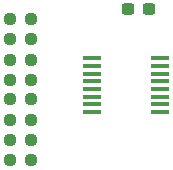
<source format=gbr>
%TF.GenerationSoftware,KiCad,Pcbnew,8.0.5*%
%TF.CreationDate,2024-11-30T18:41:16+03:00*%
%TF.ProjectId,pmod_esp32_4_layer.kicad_sch,706d6f64-5f65-4737-9033-325f345f6c61,rev?*%
%TF.SameCoordinates,Original*%
%TF.FileFunction,Paste,Bot*%
%TF.FilePolarity,Positive*%
%FSLAX46Y46*%
G04 Gerber Fmt 4.6, Leading zero omitted, Abs format (unit mm)*
G04 Created by KiCad (PCBNEW 8.0.5) date 2024-11-30 18:41:16*
%MOMM*%
%LPD*%
G01*
G04 APERTURE LIST*
G04 Aperture macros list*
%AMRoundRect*
0 Rectangle with rounded corners*
0 $1 Rounding radius*
0 $2 $3 $4 $5 $6 $7 $8 $9 X,Y pos of 4 corners*
0 Add a 4 corners polygon primitive as box body*
4,1,4,$2,$3,$4,$5,$6,$7,$8,$9,$2,$3,0*
0 Add four circle primitives for the rounded corners*
1,1,$1+$1,$2,$3*
1,1,$1+$1,$4,$5*
1,1,$1+$1,$6,$7*
1,1,$1+$1,$8,$9*
0 Add four rect primitives between the rounded corners*
20,1,$1+$1,$2,$3,$4,$5,0*
20,1,$1+$1,$4,$5,$6,$7,0*
20,1,$1+$1,$6,$7,$8,$9,0*
20,1,$1+$1,$8,$9,$2,$3,0*%
G04 Aperture macros list end*
%ADD10RoundRect,0.237500X-0.250000X-0.237500X0.250000X-0.237500X0.250000X0.237500X-0.250000X0.237500X0*%
%ADD11RoundRect,0.051250X-0.733750X-0.153750X0.733750X-0.153750X0.733750X0.153750X-0.733750X0.153750X0*%
%ADD12RoundRect,0.237500X0.300000X0.237500X-0.300000X0.237500X-0.300000X-0.237500X0.300000X-0.237500X0*%
G04 APERTURE END LIST*
D10*
%TO.C,R7*%
X136737500Y-108600000D03*
X138562500Y-108600000D03*
%TD*%
%TO.C,R1*%
X136737500Y-98328574D03*
X138562500Y-98328574D03*
%TD*%
%TO.C,R4*%
X136737500Y-106850000D03*
X138562500Y-106850000D03*
%TD*%
%TO.C,R8*%
X136737500Y-103500000D03*
X138562500Y-103500000D03*
%TD*%
%TO.C,R2*%
X136737500Y-100057145D03*
X138562500Y-100057145D03*
%TD*%
D11*
%TO.C,U2*%
X143710000Y-106200000D03*
X143710000Y-105550000D03*
X143710000Y-104900000D03*
X143710000Y-104250000D03*
X143710000Y-103600000D03*
X143710000Y-102950000D03*
X143710000Y-102300000D03*
X143710000Y-101650000D03*
X149450000Y-101650000D03*
X149450000Y-102300000D03*
X149450000Y-102950000D03*
X149450000Y-103600000D03*
X149450000Y-104250000D03*
X149450000Y-104900000D03*
X149450000Y-105550000D03*
X149450000Y-106200000D03*
%TD*%
D10*
%TO.C,R9*%
X136737500Y-101800000D03*
X138562500Y-101800000D03*
%TD*%
%TO.C,R6*%
X136737500Y-110300000D03*
X138562500Y-110300000D03*
%TD*%
D12*
%TO.C,C4*%
X148500000Y-97500000D03*
X146775000Y-97500000D03*
%TD*%
D10*
%TO.C,R3*%
X136737500Y-105150000D03*
X138562500Y-105150000D03*
%TD*%
M02*

</source>
